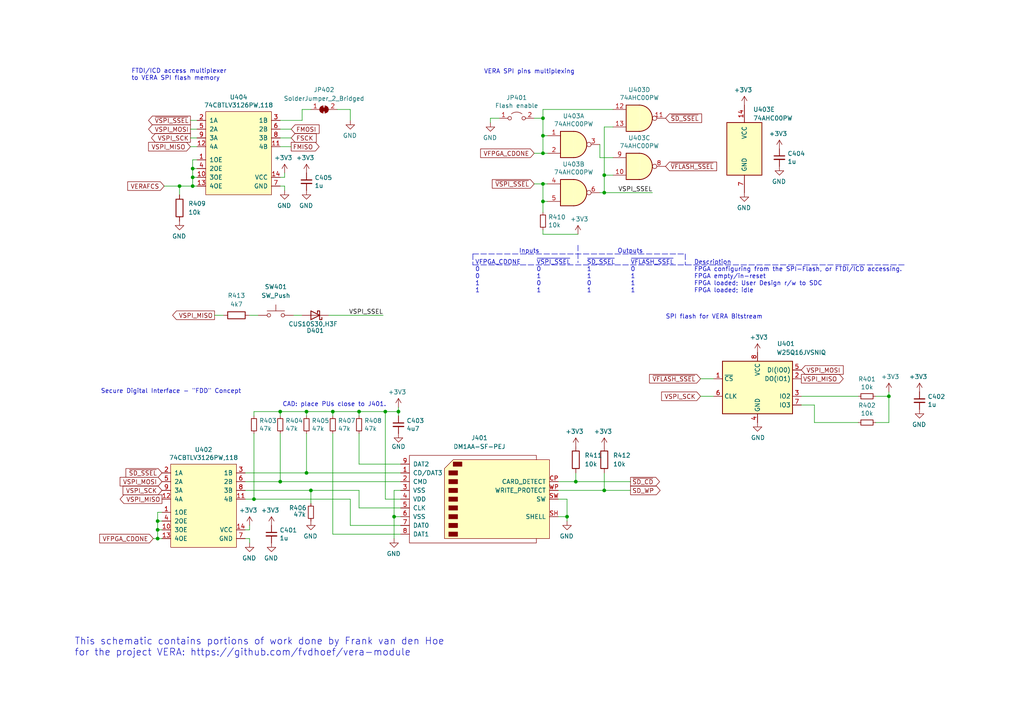
<source format=kicad_sch>
(kicad_sch (version 20211123) (generator eeschema)
  (paper "A4")
  (lib_symbols
    (symbol "74xx:74HC00" (pin_names (offset 1.016))
      (property "Reference" "U" (at 0 1.27 0))
      (property "Value" "74HC00" (at 0 -1.27 0))
      (symbol "74HC00_1_1"
        (arc (start 0 -3.81) (mid 3.81 0) (end 0 3.81) (stroke (width 0.254)) (fill (type background)))
        (polyline (pts (xy 0 3.81) (xy -3.81 3.81) (xy -3.81 -3.81) (xy 0 -3.81)) (stroke (width 0.254)) (fill (type background)))
        (pin input line (at -7.62 2.54 0) (length 3.81) (name "~") (number "1"))
        (pin input line (at -7.62 -2.54 0) (length 3.81) (name "~") (number "2"))
        (pin output inverted (at 7.62 0 180) (length 3.81) (name "~") (number "3"))
      )
      (symbol "74HC00_1_2"
        (arc (start -3.81 -3.81) (mid -2.589 0) (end -3.81 3.81) (stroke (width 0.254)))
        (arc (start -0.6096 -3.81) (mid 2.1842 -2.5851) (end 3.81 0) (stroke (width 0.254)) (fill (type background)))
        (polyline (pts (xy -3.81 -3.81) (xy -0.635 -3.81)) (stroke (width 0.254)) (fill (type background)))
        (polyline (pts (xy -3.81 3.81) (xy -0.635 3.81)) (stroke (width 0.254)) (fill (type background)))
        (polyline (pts (xy -0.635 3.81) (xy -3.81 3.81) (xy -3.81 3.81) (xy -3.556 3.4036) (xy -3.0226 2.2606) (xy -2.6924 1.0414) (xy -2.6162 -0.254) (xy -2.7686 -1.4986) (xy -3.175 -2.7178) (xy -3.81 -3.81) (xy -3.81 -3.81) (xy -0.635 -3.81)) (stroke (width -25.4)) (fill (type background)))
        (arc (start 3.81 0) (mid 2.1915 2.5936) (end -0.6096 3.81) (stroke (width 0.254)) (fill (type background)))
        (pin input inverted (at -7.62 2.54 0) (length 4.318) (name "~") (number "1"))
        (pin input inverted (at -7.62 -2.54 0) (length 4.318) (name "~") (number "2"))
        (pin output line (at 7.62 0 180) (length 3.81) (name "~") (number "3"))
      )
      (symbol "74HC00_2_1"
        (arc (start 0 -3.81) (mid 3.81 0) (end 0 3.81) (stroke (width 0.254)) (fill (type background)))
        (polyline (pts (xy 0 3.81) (xy -3.81 3.81) (xy -3.81 -3.81) (xy 0 -3.81)) (stroke (width 0.254)) (fill (type background)))
        (pin input line (at -7.62 2.54 0) (length 3.81) (name "~") (number "4"))
        (pin input line (at -7.62 -2.54 0) (length 3.81) (name "~") (number "5"))
        (pin output inverted (at 7.62 0 180) (length 3.81) (name "~") (number "6"))
      )
      (symbol "74HC00_2_2"
        (arc (start -3.81 -3.81) (mid -2.589 0) (end -3.81 3.81) (stroke (width 0.254)))
        (arc (start -0.6096 -3.81) (mid 2.1842 -2.5851) (end 3.81 0) (stroke (width 0.254)) (fill (type background)))
        (polyline (pts (xy -3.81 -3.81) (xy -0.635 -3.81)) (stroke (width 0.254)) (fill (type background)))
        (polyline (pts (xy -3.81 3.81) (xy -0.635 3.81)) (stroke (width 0.254)) (fill (type background)))
        (polyline (pts (xy -0.635 3.81) (xy -3.81 3.81) (xy -3.81 3.81) (xy -3.556 3.4036) (xy -3.0226 2.2606) (xy -2.6924 1.0414) (xy -2.6162 -0.254) (xy -2.7686 -1.4986) (xy -3.175 -2.7178) (xy -3.81 -3.81) (xy -3.81 -3.81) (xy -0.635 -3.81)) (stroke (width -25.4)) (fill (type background)))
        (arc (start 3.81 0) (mid 2.1915 2.5936) (end -0.6096 3.81) (stroke (width 0.254)) (fill (type background)))
        (pin input inverted (at -7.62 2.54 0) (length 4.318) (name "~") (number "4"))
        (pin input inverted (at -7.62 -2.54 0) (length 4.318) (name "~") (number "5"))
        (pin output line (at 7.62 0 180) (length 3.81) (name "~") (number "6"))
      )
      (symbol "74HC00_3_1"
        (arc (start 0 -3.81) (mid 3.81 0) (end 0 3.81) (stroke (width 0.254)) (fill (type background)))
        (polyline (pts (xy 0 3.81) (xy -3.81 3.81) (xy -3.81 -3.81) (xy 0 -3.81)) (stroke (width 0.254)) (fill (type background)))
        (pin input line (at -7.62 -2.54 0) (length 3.81) (name "~") (number "10"))
        (pin output inverted (at 7.62 0 180) (length 3.81) (name "~") (number "8"))
        (pin input line (at -7.62 2.54 0) (length 3.81) (name "~") (number "9"))
      )
      (symbol "74HC00_3_2"
        (arc (start -3.81 -3.81) (mid -2.589 0) (end -3.81 3.81) (stroke (width 0.254)))
        (arc (start -0.6096 -3.81) (mid 2.1842 -2.5851) (end 3.81 0) (stroke (width 0.254)) (fill (type background)))
        (polyline (pts (xy -3.81 -3.81) (xy -0.635 -3.81)) (stroke (width 0.254)) (fill (type background)))
        (polyline (pts (xy -3.81 3.81) (xy -0.635 3.81)) (stroke (width 0.254)) (fill (type background)))
        (polyline (pts (xy -0.635 3.81) (xy -3.81 3.81) (xy -3.81 3.81) (xy -3.556 3.4036) (xy -3.0226 2.2606) (xy -2.6924 1.0414) (xy -2.6162 -0.254) (xy -2.7686 -1.4986) (xy -3.175 -2.7178) (xy -3.81 -3.81) (xy -3.81 -3.81) (xy -0.635 -3.81)) (stroke (width -25.4)) (fill (type background)))
        (arc (start 3.81 0) (mid 2.1915 2.5936) (end -0.6096 3.81) (stroke (width 0.254)) (fill (type background)))
        (pin input inverted (at -7.62 -2.54 0) (length 4.318) (name "~") (number "10"))
        (pin output line (at 7.62 0 180) (length 3.81) (name "~") (number "8"))
        (pin input inverted (at -7.62 2.54 0) (length 4.318) (name "~") (number "9"))
      )
      (symbol "74HC00_4_1"
        (arc (start 0 -3.81) (mid 3.81 0) (end 0 3.81) (stroke (width 0.254)) (fill (type background)))
        (polyline (pts (xy 0 3.81) (xy -3.81 3.81) (xy -3.81 -3.81) (xy 0 -3.81)) (stroke (width 0.254)) (fill (type background)))
        (pin output inverted (at 7.62 0 180) (length 3.81) (name "~") (number "11"))
        (pin input line (at -7.62 2.54 0) (length 3.81) (name "~") (number "12"))
        (pin input line (at -7.62 -2.54 0) (length 3.81) (name "~") (number "13"))
      )
      (symbol "74HC00_4_2"
        (arc (start -3.81 -3.81) (mid -2.589 0) (end -3.81 3.81) (stroke (width 0.254)))
        (arc (start -0.6096 -3.81) (mid 2.1842 -2.5851) (end 3.81 0) (stroke (width 0.254)) (fill (type background)))
        (polyline (pts (xy -3.81 -3.81) (xy -0.635 -3.81)) (stroke (width 0.254)) (fill (type background)))
        (polyline (pts (xy -3.81 3.81) (xy -0.635 3.81)) (stroke (width 0.254)) (fill (type background)))
        (polyline (pts (xy -0.635 3.81) (xy -3.81 3.81) (xy -3.81 3.81) (xy -3.556 3.4036) (xy -3.0226 2.2606) (xy -2.6924 1.0414) (xy -2.6162 -0.254) (xy -2.7686 -1.4986) (xy -3.175 -2.7178) (xy -3.81 -3.81) (xy -3.81 -3.81) (xy -0.635 -3.81)) (stroke (width -25.4)) (fill (type background)))
        (arc (start 3.81 0) (mid 2.1915 2.5936) (end -0.6096 3.81) (stroke (width 0.254)) (fill (type background)))
        (pin output line (at 7.62 0 180) (length 3.81) (name "~") (number "11"))
        (pin input inverted (at -7.62 2.54 0) (length 4.318) (name "~") (number "12"))
        (pin input inverted (at -7.62 -2.54 0) (length 4.318) (name "~") (number "13"))
      )
      (symbol "74HC00_5_0"
        (pin power_in line (at 0 12.7 270) (length 5.08) (name "VCC") (number "14"))
        (pin power_in line (at 0 -12.7 90) (length 5.08) (name "GND") (number "7"))
      )
      (symbol "74HC00_5_1"
        (rectangle (start -5.08 7.62) (end 5.08 -7.62) (stroke (width 0.254)) (fill (type background)))
      )
    )
    (symbol "Device:C_Small" (pin_numbers hide) (pin_names (offset 0.254) hide)
      (property "Reference" "C" (at 0.254 1.778 0))
      (property "Value" "C_Small" (at 0.254 -2.032 0))
      (symbol "C_Small_0_1"
        (polyline (pts (xy -1.524 -0.508) (xy 1.524 -0.508)) (stroke (width 0.3302)))
        (polyline (pts (xy -1.524 0.508) (xy 1.524 0.508)) (stroke (width 0.3048)))
      )
      (symbol "C_Small_1_1"
        (pin passive line (at 0 2.54 270) (length 2.032) (name "~") (number "1"))
        (pin passive line (at 0 -2.54 90) (length 2.032) (name "~") (number "2"))
      )
    )
    (symbol "Device:D_Schottky" (pin_numbers hide) (pin_names (offset 1.016) hide)
      (property "Reference" "D" (at 0 2.54 0))
      (property "Value" "D_Schottky" (at 0 -2.54 0))
      (symbol "D_Schottky_0_1"
        (polyline (pts (xy 1.27 0) (xy -1.27 0)))
        (polyline (pts (xy 1.27 1.27) (xy 1.27 -1.27) (xy -1.27 0) (xy 1.27 1.27)) (stroke (width 0.254)))
        (polyline (pts (xy -1.905 0.635) (xy -1.905 1.27) (xy -1.27 1.27) (xy -1.27 -1.27) (xy -0.635 -1.27) (xy -0.635 -0.635)) (stroke (width 0.254)))
      )
      (symbol "D_Schottky_1_1"
        (pin passive line (at -3.81 0 0) (length 2.54) (name "K") (number "1"))
        (pin passive line (at 3.81 0 180) (length 2.54) (name "A") (number "2"))
      )
    )
    (symbol "Device:R" (pin_numbers hide) (pin_names (offset 0))
      (property "Reference" "R" (at 2.032 0 90))
      (property "Value" "R" (at 0 0 90))
      (symbol "R_0_1"
        (rectangle (start -1.016 -2.54) (end 1.016 2.54) (stroke (width 0.254)))
      )
      (symbol "R_1_1"
        (pin passive line (at 0 3.81 270) (length 1.27) (name "~") (number "1"))
        (pin passive line (at 0 -3.81 90) (length 1.27) (name "~") (number "2"))
      )
    )
    (symbol "Device:R_Small" (pin_numbers hide) (pin_names (offset 0.254) hide)
      (property "Reference" "R" (at 0.762 0.508 0))
      (property "Value" "R_Small" (at 0.762 -1.016 0))
      (symbol "R_Small_0_1"
        (rectangle (start -0.762 1.778) (end 0.762 -1.778) (stroke (width 0.2032)))
      )
      (symbol "R_Small_1_1"
        (pin passive line (at 0 2.54 270) (length 0.762) (name "~") (number "1"))
        (pin passive line (at 0 -2.54 90) (length 0.762) (name "~") (number "2"))
      )
    )
    (symbol "Jumper:Jumper_2_Open" (pin_names (offset 0) hide)
      (property "Reference" "JP" (at 0 2.794 0))
      (property "Value" "Jumper_2_Open" (at 0 -2.286 0))
      (symbol "Jumper_2_Open_0_0"
        (circle (center -2.032 0) (radius 0.508))
        (circle (center 2.032 0) (radius 0.508))
      )
      (symbol "Jumper_2_Open_0_1"
        (arc (start 1.524 1.27) (mid 0 1.778) (end -1.524 1.27))
      )
      (symbol "Jumper_2_Open_1_1"
        (pin passive line (at -5.08 0 0) (length 2.54) (name "A") (number "1"))
        (pin passive line (at 5.08 0 180) (length 2.54) (name "B") (number "2"))
      )
    )
    (symbol "Jumper:SolderJumper_2_Bridged" (pin_names (offset 0) hide)
      (property "Reference" "JP" (at 0 2.032 0))
      (property "Value" "SolderJumper_2_Bridged" (at 0 -2.54 0))
      (symbol "SolderJumper_2_Bridged_0_1"
        (rectangle (start -0.508 0.508) (end 0.508 -0.508) (fill (type outline)))
        (arc (start -0.254 1.016) (mid -1.27 0) (end -0.254 -1.016))
        (arc (start -0.254 1.016) (mid -1.27 0) (end -0.254 -1.016) (fill (type outline)))
        (polyline (pts (xy -0.254 1.016) (xy -0.254 -1.016)))
        (polyline (pts (xy 0.254 1.016) (xy 0.254 -1.016)))
        (arc (start 0.254 -1.016) (mid 1.27 0) (end 0.254 1.016))
        (arc (start 0.254 -1.016) (mid 1.27 0) (end 0.254 1.016) (fill (type outline)))
      )
      (symbol "SolderJumper_2_Bridged_1_1"
        (pin passive line (at -3.81 0 0) (length 2.54) (name "A") (number "1"))
        (pin passive line (at 3.81 0 180) (length 2.54) (name "B") (number "2"))
      )
    )
    (symbol "Memory_Flash:W25Q32JVSS"
      (property "Reference" "U" (at -8.89 8.89 0))
      (property "Value" "W25Q32JVSS" (at 7.62 8.89 0))
      (symbol "W25Q32JVSS_0_1"
        (rectangle (start -10.16 7.62) (end 10.16 -7.62) (stroke (width 0.254)) (fill (type background)))
      )
      (symbol "W25Q32JVSS_1_1"
        (pin input line (at -12.7 2.54 0) (length 2.54) (name "~{CS}") (number "1"))
        (pin bidirectional line (at 12.7 2.54 180) (length 2.54) (name "DO(IO1)") (number "2"))
        (pin bidirectional line (at 12.7 -2.54 180) (length 2.54) (name "IO2") (number "3"))
        (pin power_in line (at 0 -10.16 90) (length 2.54) (name "GND") (number "4"))
        (pin bidirectional line (at 12.7 5.08 180) (length 2.54) (name "DI(IO0)") (number "5"))
        (pin input line (at -12.7 -2.54 0) (length 2.54) (name "CLK") (number "6"))
        (pin bidirectional line (at 12.7 -5.08 180) (length 2.54) (name "IO3") (number "7"))
        (pin power_in line (at 0 10.16 270) (length 2.54) (name "VCC") (number "8"))
      )
    )
    (symbol "Switch:SW_Push" (pin_numbers hide) (pin_names (offset 1.016) hide)
      (property "Reference" "SW" (at 1.27 2.54 0))
      (property "Value" "SW_Push" (at 0 -1.524 0))
      (symbol "SW_Push_0_1"
        (circle (center -2.032 0) (radius 0.508))
        (polyline (pts (xy 0 1.27) (xy 0 3.048)))
        (polyline (pts (xy 2.54 1.27) (xy -2.54 1.27)))
        (circle (center 2.032 0) (radius 0.508))
        (pin passive line (at -5.08 0 0) (length 2.54) (name "1") (number "1"))
        (pin passive line (at 5.08 0 180) (length 2.54) (name "2") (number "2"))
      )
    )
    (symbol "power:+3V3" (power) (pin_names (offset 0))
      (property "Value" "+3V3" (at 0 3.556 0))
      (symbol "+3V3_0_1"
        (polyline (pts (xy -0.762 1.27) (xy 0 2.54)))
        (polyline (pts (xy 0 0) (xy 0 2.54)))
        (polyline (pts (xy 0 2.54) (xy 0.762 1.27)))
      )
      (symbol "+3V3_1_1"
        (pin power_in line (at 0 0 90) (length 0) hide (name "+3V3") (number "1"))
      )
    )
    (symbol "power:GND" (power) (pin_names (offset 0))
      (property "Value" "GND" (at 0 -3.81 0))
      (symbol "GND_0_1"
        (polyline (pts (xy 0 0) (xy 0 -1.27) (xy 1.27 -1.27) (xy 0 -2.54) (xy -1.27 -1.27) (xy 0 -1.27)))
      )
      (symbol "GND_1_1"
        (pin power_in line (at 0 0 270) (length 0) hide (name "GND") (number "1"))
      )
    )
    (symbol "sdcage:SD_Card_wSwitches" (pin_names (offset 1.016))
      (property "Reference" "J" (at -16.51 13.97 0))
      (property "Value" "SD_Card_wSwitches" (at 15.24 -13.97 0))
      (symbol "SD_Card_wSwitches_0_1"
        (rectangle (start -8.89 -9.525) (end -6.35 -10.795) (fill (type outline)))
        (rectangle (start -8.89 -6.985) (end -6.35 -8.255) (fill (type outline)))
        (rectangle (start -8.89 -4.445) (end -6.35 -5.715) (fill (type outline)))
        (rectangle (start -8.89 -1.905) (end -6.35 -3.175) (fill (type outline)))
        (rectangle (start -8.89 0.635) (end -6.35 -0.635) (fill (type outline)))
        (rectangle (start -8.89 3.175) (end -6.35 1.905) (fill (type outline)))
        (rectangle (start -8.89 5.715) (end -6.35 4.445) (fill (type outline)))
        (rectangle (start -8.89 8.255) (end -6.35 6.985) (fill (type outline)))
        (rectangle (start -7.62 10.795) (end -5.08 9.525) (fill (type outline)))
        (polyline (pts (xy -10.16 8.89) (xy -7.62 11.43) (xy 20.32 11.43) (xy 20.32 -11.43) (xy -10.16 -11.43) (xy -10.16 8.89)) (fill (type background)))
        (polyline (pts (xy 16.51 11.43) (xy 16.51 12.7) (xy -20.32 12.7) (xy -20.32 -12.7) (xy 16.51 -12.7) (xy 16.51 -11.43)))
      )
      (symbol "SD_Card_wSwitches_1_1"
        (pin input line (at -22.86 7.62 0) (length 2.54) (name "CD/DAT3") (number "1"))
        (pin input line (at -22.86 5.08 0) (length 2.54) (name "CMD") (number "2"))
        (pin power_in line (at -22.86 2.54 0) (length 2.54) (name "VSS") (number "3"))
        (pin power_in line (at -22.86 0 0) (length 2.54) (name "VDD") (number "4"))
        (pin input line (at -22.86 -2.54 0) (length 2.54) (name "CLK") (number "5"))
        (pin power_in line (at -22.86 -5.08 0) (length 2.54) (name "VSS") (number "6"))
        (pin input line (at -22.86 -7.62 0) (length 2.54) (name "DAT0") (number "7"))
        (pin input line (at -22.86 -10.16 0) (length 2.54) (name "DAT1") (number "8"))
        (pin input line (at -22.86 10.16 0) (length 2.54) (name "DAT2") (number "9"))
        (pin input line (at 22.86 5.08 180) (length 2.54) (name "CARD_DETECT") (number "CP"))
        (pin input line (at 22.86 -5.08 180) (length 2.54) (name "SHELL") (number "SH"))
        (pin input line (at 22.86 0 180) (length 2.54) (name "SW") (number "SW"))
        (pin input line (at 22.86 2.54 180) (length 2.54) (name "WRITE_PROTECT") (number "WP"))
      )
    )
    (symbol "vera-module:74CBTLV3126PW,118" (pin_names (offset 1.016))
      (property "Reference" "U" (at 1.27 1.27 0))
      (property "Value" "74CBTLV3126PW,118" (at 7.62 -25.4 0))
      (symbol "74CBTLV3126PW,118_0_1"
        (rectangle (start 0 0) (end 19.05 -24.13) (fill (type background)))
      )
      (symbol "74CBTLV3126PW,118_1_1"
        (pin input line (at -2.54 -13.97 0) (length 2.54) (name "1OE") (number "1"))
        (pin input line (at -2.54 -19.05 0) (length 2.54) (name "3OE") (number "10"))
        (pin bidirectional line (at 21.59 -10.16 180) (length 2.54) (name "4B") (number "11"))
        (pin bidirectional line (at -2.54 -10.16 0) (length 2.54) (name "4A") (number "12"))
        (pin input line (at -2.54 -21.59 0) (length 2.54) (name "4OE") (number "13"))
        (pin power_in line (at 21.59 -19.05 180) (length 2.54) (name "VCC") (number "14"))
        (pin bidirectional line (at -2.54 -2.54 0) (length 2.54) (name "1A") (number "2"))
        (pin bidirectional line (at 21.59 -2.54 180) (length 2.54) (name "1B") (number "3"))
        (pin input line (at -2.54 -16.51 0) (length 2.54) (name "2OE") (number "4"))
        (pin bidirectional line (at -2.54 -5.08 0) (length 2.54) (name "2A") (number "5"))
        (pin bidirectional line (at 21.59 -5.08 180) (length 2.54) (name "2B") (number "6"))
        (pin power_in line (at 21.59 -21.59 180) (length 2.54) (name "GND") (number "7"))
        (pin bidirectional line (at 21.59 -7.62 180) (length 2.54) (name "3B") (number "8"))
        (pin bidirectional line (at -2.54 -7.62 0) (length 2.54) (name "3A") (number "9"))
      )
    )
  )
  (junction (at 175.26 142.24))
  (junction (at 157.48 44.45))
  (junction (at 45.72 153.67))
  (junction (at 55.88 48.895))
  (junction (at 257.81 114.935))
  (junction (at 45.72 151.13))
  (junction (at 157.48 39.37))
  (junction (at 90.17 142.24))
  (junction (at 88.9 137.16))
  (junction (at 55.88 51.435))
  (junction (at 52.07 53.975))
  (junction (at 45.72 156.21))
  (junction (at 111.76 119.38))
  (junction (at 81.28 139.7))
  (junction (at 73.66 144.78))
  (junction (at 115.57 119.38))
  (junction (at 167.005 139.7))
  (junction (at 157.48 58.42))
  (junction (at 114.3 149.86))
  (junction (at 81.28 119.38))
  (junction (at 157.48 34.29))
  (junction (at 157.48 53.34))
  (junction (at 96.52 119.38))
  (junction (at 164.465 149.86))
  (junction (at 175.26 50.8))
  (junction (at 55.88 53.975))
  (junction (at 88.9 119.38))
  (junction (at 104.14 119.38))
  (junction (at 175.26 55.88))
  (wire (pts (xy 203.2 109.855) (xy 207.01 109.855)))
  (wire (pts (xy 175.26 142.24) (xy 182.88 142.24)))
  (wire (pts (xy 104.14 119.38) (xy 104.14 120.65)))
  (wire (pts (xy 164.465 149.86) (xy 164.465 151.13)))
  (wire (pts (xy 90.17 146.05) (xy 90.17 142.24)))
  (wire (pts (xy 55.245 34.925) (xy 57.15 34.925)))
  (wire (pts (xy 90.17 142.24) (xy 104.14 142.24)))
  (wire (pts (xy 71.12 156.21) (xy 72.39 156.21)))
  (wire (pts (xy 232.41 114.935) (xy 248.92 114.935)))
  (wire (pts (xy 71.12 144.78) (xy 73.66 144.78)))
  (wire (pts (xy 248.92 122.555) (xy 236.22 122.555)))
  (wire (pts (xy 175.26 36.83) (xy 175.26 50.8)))
  (wire (pts (xy 111.76 119.38) (xy 111.76 144.78)))
  (wire (pts (xy 81.28 53.975) (xy 82.55 53.975)))
  (wire (pts (xy 157.48 34.29) (xy 157.48 31.75)))
  (wire (pts (xy 175.26 142.24) (xy 175.26 137.16)))
  (wire (pts (xy 85.09 91.44) (xy 87.63 91.44)))
  (polyline (pts (xy 137.16 76.835) (xy 262.255 76.835)))
  (wire (pts (xy 45.72 153.67) (xy 45.72 156.21)))
  (wire (pts (xy 73.66 144.78) (xy 101.6 144.78)))
  (wire (pts (xy 116.205 142.24) (xy 114.3 142.24)))
  (wire (pts (xy 46.99 151.13) (xy 45.72 151.13)))
  (wire (pts (xy 46.99 148.59) (xy 45.72 148.59)))
  (wire (pts (xy 81.28 120.65) (xy 81.28 119.38)))
  (wire (pts (xy 73.66 120.65) (xy 73.66 119.38)))
  (wire (pts (xy 57.15 51.435) (xy 55.88 51.435)))
  (wire (pts (xy 104.14 147.32) (xy 116.205 147.32)))
  (wire (pts (xy 72.39 91.44) (xy 74.93 91.44)))
  (wire (pts (xy 57.15 48.895) (xy 55.88 48.895)))
  (wire (pts (xy 158.75 44.45) (xy 157.48 44.45)))
  (wire (pts (xy 157.48 67.945) (xy 157.48 66.675)))
  (polyline (pts (xy 137.16 73.66) (xy 198.755 73.66)))
  (wire (pts (xy 111.76 119.38) (xy 115.57 119.38)))
  (wire (pts (xy 167.005 139.7) (xy 167.005 137.16)))
  (wire (pts (xy 161.925 142.24) (xy 175.26 142.24)))
  (wire (pts (xy 175.26 55.88) (xy 173.99 55.88)))
  (wire (pts (xy 87.63 31.75) (xy 87.63 34.925)))
  (wire (pts (xy 157.48 67.945) (xy 167.64 67.945)))
  (wire (pts (xy 96.52 119.38) (xy 104.14 119.38)))
  (wire (pts (xy 161.925 149.86) (xy 164.465 149.86)))
  (wire (pts (xy 55.88 53.975) (xy 57.15 53.975)))
  (wire (pts (xy 254 122.555) (xy 257.81 122.555)))
  (wire (pts (xy 52.07 56.515) (xy 52.07 53.975)))
  (wire (pts (xy 71.12 137.16) (xy 88.9 137.16)))
  (wire (pts (xy 158.75 53.34) (xy 157.48 53.34)))
  (wire (pts (xy 157.48 39.37) (xy 158.75 39.37)))
  (wire (pts (xy 104.14 125.73) (xy 104.14 134.62)))
  (wire (pts (xy 257.81 122.555) (xy 257.81 114.935)))
  (wire (pts (xy 232.41 117.475) (xy 236.22 117.475)))
  (wire (pts (xy 55.245 40.005) (xy 57.15 40.005)))
  (wire (pts (xy 82.55 51.435) (xy 82.55 50.165)))
  (wire (pts (xy 116.205 149.86) (xy 114.3 149.86)))
  (wire (pts (xy 73.66 125.73) (xy 73.66 144.78)))
  (wire (pts (xy 47.625 53.975) (xy 52.07 53.975)))
  (wire (pts (xy 101.6 144.78) (xy 101.6 152.4)))
  (wire (pts (xy 73.66 119.38) (xy 81.28 119.38)))
  (wire (pts (xy 161.925 139.7) (xy 167.005 139.7)))
  (wire (pts (xy 177.8 36.83) (xy 175.26 36.83)))
  (wire (pts (xy 173.99 45.72) (xy 177.8 45.72)))
  (wire (pts (xy 167.005 139.7) (xy 182.88 139.7)))
  (wire (pts (xy 81.28 51.435) (xy 82.55 51.435)))
  (wire (pts (xy 88.9 119.38) (xy 96.52 119.38)))
  (wire (pts (xy 55.88 46.355) (xy 55.88 48.895)))
  (wire (pts (xy 46.99 153.67) (xy 45.72 153.67)))
  (wire (pts (xy 175.26 50.8) (xy 177.8 50.8)))
  (wire (pts (xy 157.48 31.75) (xy 177.8 31.75)))
  (wire (pts (xy 104.14 119.38) (xy 111.76 119.38)))
  (wire (pts (xy 55.245 37.465) (xy 57.15 37.465)))
  (wire (pts (xy 96.52 120.65) (xy 96.52 119.38)))
  (wire (pts (xy 96.52 125.73) (xy 96.52 154.94)))
  (wire (pts (xy 82.55 53.975) (xy 82.55 55.245)))
  (wire (pts (xy 157.48 58.42) (xy 158.75 58.42)))
  (wire (pts (xy 72.39 153.67) (xy 72.39 152.4)))
  (wire (pts (xy 257.81 114.935) (xy 257.81 113.665)))
  (wire (pts (xy 115.57 120.65) (xy 115.57 119.38)))
  (wire (pts (xy 257.81 114.935) (xy 254 114.935)))
  (wire (pts (xy 45.72 156.21) (xy 44.45 156.21)))
  (wire (pts (xy 88.9 120.65) (xy 88.9 119.38)))
  (wire (pts (xy 84.455 37.465) (xy 81.28 37.465)))
  (wire (pts (xy 157.48 44.45) (xy 157.48 39.37)))
  (wire (pts (xy 55.88 51.435) (xy 55.88 53.975)))
  (wire (pts (xy 116.205 144.78) (xy 111.76 144.78)))
  (wire (pts (xy 203.2 114.935) (xy 207.01 114.935)))
  (wire (pts (xy 71.12 139.7) (xy 81.28 139.7)))
  (wire (pts (xy 55.245 42.545) (xy 57.15 42.545)))
  (polyline (pts (xy 198.755 73.66) (xy 198.755 76.835)))
  (wire (pts (xy 236.22 122.555) (xy 236.22 117.475)))
  (wire (pts (xy 101.6 152.4) (xy 116.205 152.4)))
  (wire (pts (xy 173.99 41.91) (xy 173.99 45.72)))
  (wire (pts (xy 157.48 53.34) (xy 154.94 53.34)))
  (wire (pts (xy 81.28 42.545) (xy 84.455 42.545)))
  (wire (pts (xy 45.72 148.59) (xy 45.72 151.13)))
  (wire (pts (xy 116.205 154.94) (xy 96.52 154.94)))
  (polyline (pts (xy 167.64 71.12) (xy 167.64 76.2)))
  (wire (pts (xy 175.26 50.8) (xy 175.26 55.88)))
  (wire (pts (xy 71.12 142.24) (xy 90.17 142.24)))
  (wire (pts (xy 45.72 156.21) (xy 46.99 156.21)))
  (wire (pts (xy 154.94 34.29) (xy 157.48 34.29)))
  (wire (pts (xy 114.3 142.24) (xy 114.3 149.86)))
  (wire (pts (xy 142.24 34.29) (xy 142.24 35.56)))
  (wire (pts (xy 114.3 149.86) (xy 114.3 156.21)))
  (wire (pts (xy 144.78 34.29) (xy 142.24 34.29)))
  (wire (pts (xy 97.79 31.75) (xy 101.6 31.75)))
  (wire (pts (xy 90.17 31.75) (xy 87.63 31.75)))
  (wire (pts (xy 157.48 44.45) (xy 154.94 44.45)))
  (wire (pts (xy 104.14 134.62) (xy 116.205 134.62)))
  (wire (pts (xy 157.48 34.29) (xy 157.48 39.37)))
  (wire (pts (xy 71.12 153.67) (xy 72.39 153.67)))
  (wire (pts (xy 57.15 46.355) (xy 55.88 46.355)))
  (polyline (pts (xy 137.16 73.66) (xy 137.16 76.835)))
  (wire (pts (xy 88.9 137.16) (xy 116.205 137.16)))
  (wire (pts (xy 81.28 139.7) (xy 116.205 139.7)))
  (wire (pts (xy 95.25 91.44) (xy 111.125 91.44)))
  (wire (pts (xy 164.465 144.78) (xy 164.465 149.86)))
  (wire (pts (xy 72.39 156.21) (xy 72.39 157.48)))
  (wire (pts (xy 88.9 125.73) (xy 88.9 137.16)))
  (wire (pts (xy 161.925 144.78) (xy 164.465 144.78)))
  (wire (pts (xy 87.63 34.925) (xy 81.28 34.925)))
  (wire (pts (xy 81.28 119.38) (xy 88.9 119.38)))
  (wire (pts (xy 52.07 53.975) (xy 55.88 53.975)))
  (wire (pts (xy 81.28 125.73) (xy 81.28 139.7)))
  (wire (pts (xy 175.26 55.88) (xy 189.23 55.88)))
  (wire (pts (xy 62.23 91.44) (xy 64.77 91.44)))
  (wire (pts (xy 157.48 58.42) (xy 157.48 61.595)))
  (wire (pts (xy 104.14 142.24) (xy 104.14 147.32)))
  (wire (pts (xy 101.6 31.75) (xy 101.6 34.925)))
  (wire (pts (xy 55.88 48.895) (xy 55.88 51.435)))
  (wire (pts (xy 45.72 151.13) (xy 45.72 153.67)))
  (wire (pts (xy 81.28 40.005) (xy 84.455 40.005)))
  (wire (pts (xy 157.48 53.34) (xy 157.48 58.42)))
  (wire (pts (xy 115.57 118.11) (xy 115.57 119.38)))
  (text "~{SD_SSEL}\n1\n1\n0\n1" (at 170.18 85.09 0) (effects (font (size 1.27 1.27)) (justify left bottom)))
  (text "This schematic contains portions of work done by Frank van den Hoe\nfor the project VERA: https://github.com/fvdhoef/vera-module" (at 21.59 190.5 0) (effects (font (size 2 2)) (justify left bottom)))
  (text "~{VFLASH_SSEL}\n0\n1\n1\n1" (at 182.88 85.09 0) (effects (font (size 1.27 1.27)) (justify left bottom)))
  (text "Inputs" (at 150.495 73.66 0) (effects (font (size 1.27 1.27)) (justify left bottom)))
  (text "VFPGA_CDONE\n0\n0\n1\n1\n" (at 137.795 85.09 0) (effects (font (size 1.27 1.27)) (justify left bottom)))
  (text "CAD: place PUs close to J401." (at 81.915 118.11 0) (effects (font (size 1.27 1.27)) (justify left bottom)))
  (text "Outputs" (at 179.07 73.66 0) (effects (font (size 1.27 1.27)) (justify left bottom)))
  (text "FTDI/ICD access multiplexer \nto VERA SPI flash memory " (at 38.1 23.495 0) (effects (font (size 1.27 1.27)) (justify left bottom)))
  (text "Description\nFPGA configuring from the SPI-Flash, or FTDI/ICD accessing.\nFPGA empty/in-reset\nFPGA loaded; User Design r/w to SDC\nFPGA loaded; idle" (at 201.295 85.09 0) (effects (font (size 1.27 1.27)) (justify left bottom)))
  (text "~{VSPI_SSEL}\n0\n1\n0\n1" (at 155.575 85.09 0) (effects (font (size 1.27 1.27)) (justify left bottom)))
  (text "Secure Digital Interface - \"FDD\" Concept" (at 29.21 114.3 0) (effects (font (size 1.27 1.27)) (justify left bottom)))
  (text "SPI flash for VERA Bitstream" (at 193.04 92.71 0) (effects (font (size 1.27 1.27)) (justify left bottom)))
  (text "VERA SPI pins multiplexing" (at 140.335 21.59 0) (effects (font (size 1.27 1.27)) (justify left bottom)))
  (label "VSPI_SSEL" (at 111.125 91.44 180))
  (label "VSPI_SSEL" (at 189.23 55.88 180))
  (global_label "FMISO" (shape output) (at 84.455 42.545 0) (property "Intersheet References" "${INTERSHEET_REFS}" (effects hide)))
  (global_label "VFPGA_CDONE" (shape input) (at 154.94 44.45 180) (property "Intersheet References" "${INTERSHEET_REFS}" (effects hide)))
  (global_label "SD_WP" (shape output) (at 182.88 142.24 0) (property "Intersheet References" "${INTERSHEET_REFS}" (effects hide)))
  (global_label "VFPGA_CDONE" (shape input) (at 44.45 156.21 180) (property "Intersheet References" "${INTERSHEET_REFS}" (effects hide)))
  (global_label "~{SD_SSEL}" (shape input) (at 46.99 137.16 180) (property "Intersheet References" "${INTERSHEET_REFS}" (effects hide)))
  (global_label "~{SD_CD}" (shape output) (at 182.88 139.7 0) (property "Intersheet References" "${INTERSHEET_REFS}" (effects hide)))
  (global_label "~{VSPI_SSEL}" (shape output) (at 55.245 34.925 180) (property "Intersheet References" "${INTERSHEET_REFS}" (effects hide)))
  (global_label "VSPI_SCK" (shape input) (at 46.99 142.24 180) (property "Intersheet References" "${INTERSHEET_REFS}" (effects hide)))
  (global_label "~{VFLASH_SSEL}" (shape input) (at 203.2 109.855 180) (property "Intersheet References" "${INTERSHEET_REFS}" (effects hide)))
  (global_label "FSCK" (shape input) (at 84.455 40.005 0) (property "Intersheet References" "${INTERSHEET_REFS}" (effects hide)))
  (global_label "VSPI_SCK" (shape input) (at 203.2 114.935 180) (property "Intersheet References" "${INTERSHEET_REFS}" (effects hide)))
  (global_label "~{VFLASH_SSEL}" (shape input) (at 193.04 48.26 0) (property "Intersheet References" "${INTERSHEET_REFS}" (effects hide)))
  (global_label "FMOSI" (shape input) (at 84.455 37.465 0) (property "Intersheet References" "${INTERSHEET_REFS}" (effects hide)))
  (global_label "~{VSPI_SSEL}" (shape input) (at 154.94 53.34 180) (property "Intersheet References" "${INTERSHEET_REFS}" (effects hide)))
  (global_label "~{SD_SSEL}" (shape input) (at 193.04 34.29 0) (property "Intersheet References" "${INTERSHEET_REFS}" (effects hide)))
  (global_label "VSPI_MOSI" (shape input) (at 232.41 107.315 0) (property "Intersheet References" "${INTERSHEET_REFS}" (effects hide)))
  (global_label "VSPI_MISO" (shape output) (at 62.23 91.44 180) (property "Intersheet References" "${INTERSHEET_REFS}" (effects hide)))
  (global_label "VSPI_MISO" (shape input) (at 55.245 42.545 180) (property "Intersheet References" "${INTERSHEET_REFS}" (effects hide)))
  (global_label "VSPI_MOSI" (shape input) (at 46.99 139.7 180) (property "Intersheet References" "${INTERSHEET_REFS}" (effects hide)))
  (global_label "VSPI_MOSI" (shape output) (at 55.245 37.465 180) (property "Intersheet References" "${INTERSHEET_REFS}" (effects hide)))
  (global_label "VSPI_SCK" (shape output) (at 55.245 40.005 180) (property "Intersheet References" "${INTERSHEET_REFS}" (effects hide)))
  (global_label "VSPI_MISO" (shape output) (at 232.41 109.855 0) (property "Intersheet References" "${INTERSHEET_REFS}" (effects hide)))
  (global_label "VERAFCS" (shape input) (at 47.625 53.975 180) (property "Intersheet References" "${INTERSHEET_REFS}" (effects hide)))
  (global_label "VSPI_MISO" (shape output) (at 46.99 144.78 180) (property "Intersheet References" "${INTERSHEET_REFS}" (effects hide)))
  (symbol (lib_id "Device:R_Small") (at 251.46 122.555 270) (unit 1)
    (property "Reference" "R402" (at 251.46 117.5766 90))
    (property "Value" "10k" (at 251.46 119.888 90))
    (property "Footprint" "Resistor_SMD:R_0603_1608Metric_Pad0.98x0.95mm_HandSolder" (effects hide))
  )
  (symbol (lib_id "power:GND") (at 90.17 151.13 0) (mirror y) (unit 1)
    (property "Reference" "#PWR0410" (effects hide))
    (property "Value" "GND" (at 90.043 155.5242 0))
  )
  (symbol (lib_id "Device:C_Small") (at 226.06 45.72 0) (unit 1)
    (property "Reference" "C404" (at 228.3968 44.5516 0) (effects (justify left)))
    (property "Value" "1u" (at 228.3968 46.863 0) (effects (justify left)))
    (property "Footprint" "Capacitor_SMD:C_0603_1608Metric_Pad1.08x0.95mm_HandSolder" (effects hide))
  )
  (symbol (lib_id "power:+3V3") (at 78.74 152.4 0) (mirror y) (unit 1)
    (property "Reference" "#PWR0406" (effects hide))
    (property "Value" "+3V3" (at 78.359 148.0058 0))
  )
  (symbol (lib_id "Device:R") (at 52.07 60.325 0) (unit 1)
    (property "Reference" "R409" (at 54.61 59.0549 0) (effects (justify left)))
    (property "Value" "10k" (at 54.61 61.5949 0) (effects (justify left)))
    (property "Footprint" "Resistor_SMD:R_0603_1608Metric_Pad0.98x0.95mm_HandSolder" (effects hide))
  )
  (symbol (lib_id "power:+3V3") (at 82.55 50.165 0) (mirror y) (unit 1)
    (property "Reference" "#PWR0420" (effects hide))
    (property "Value" "+3V3" (at 82.169 45.7708 0))
  )
  (symbol (lib_id "Device:R_Small") (at 81.28 123.19 0) (unit 1)
    (property "Reference" "R404" (at 82.7786 122.0216 0) (effects (justify left)))
    (property "Value" "47k" (at 82.7786 124.333 0) (effects (justify left)))
    (property "Footprint" "Resistor_SMD:R_0603_1608Metric_Pad0.98x0.95mm_HandSolder" (effects hide))
  )
  (symbol (lib_id "power:GND") (at 142.24 35.56 0) (mirror y) (unit 1)
    (property "Reference" "#PWR0414" (effects hide))
    (property "Value" "GND" (at 142.113 39.9542 0))
  )
  (symbol (lib_id "74xx:74HC00") (at 166.37 55.88 0) (unit 2)
    (property "Reference" "U403" (at 166.37 47.625 0))
    (property "Value" "74AHC00PW" (at 166.37 49.9364 0))
    (property "Footprint" "Package_SO:TSSOP-14_4.4x5mm_P0.65mm" (effects hide))
  )
  (symbol (lib_id "power:GND") (at 215.9 55.88 0) (mirror y) (unit 1)
    (property "Reference" "#PWR0417" (effects hide))
    (property "Value" "GND" (at 215.773 60.2742 0))
  )
  (symbol (lib_id "power:+3V3") (at 226.06 43.18 0) (mirror y) (unit 1)
    (property "Reference" "#PWR0418" (effects hide))
    (property "Value" "+3V3" (at 225.679 38.7858 0))
  )
  (symbol (lib_id "Device:R_Small") (at 251.46 114.935 270) (unit 1)
    (property "Reference" "R401" (at 251.46 109.9566 90))
    (property "Value" "10k" (at 251.46 112.268 90))
    (property "Footprint" "Resistor_SMD:R_0603_1608Metric_Pad0.98x0.95mm_HandSolder" (effects hide))
  )
  (symbol (lib_id "power:GND") (at 82.55 55.245 0) (mirror y) (unit 1)
    (property "Reference" "#PWR0421" (effects hide))
    (property "Value" "GND" (at 82.423 59.6392 0))
  )
  (symbol (lib_id "Device:R_Small") (at 157.48 64.135 0) (unit 1)
    (property "Reference" "R410" (at 158.9786 62.9666 0) (effects (justify left)))
    (property "Value" "10k" (at 158.9786 65.278 0) (effects (justify left)))
    (property "Footprint" "Resistor_SMD:R_0603_1608Metric_Pad0.98x0.95mm_HandSolder" (effects hide))
  )
  (symbol (lib_id "Device:C_Small") (at 88.9 52.705 0) (unit 1)
    (property "Reference" "C405" (at 91.2368 51.5366 0) (effects (justify left)))
    (property "Value" "1u" (at 91.2368 53.848 0) (effects (justify left)))
    (property "Footprint" "Capacitor_SMD:C_0603_1608Metric_Pad1.08x0.95mm_HandSolder" (effects hide))
  )
  (symbol (lib_id "vera-module:74CBTLV3126PW,118") (at 49.53 134.62 0) (unit 1)
    (property "Reference" "U402" (at 59.055 130.429 0))
    (property "Value" "74CBTLV3126PW,118" (at 59.055 132.7404 0))
    (property "Footprint" "Package_SO:TSSOP-14_4.4x5mm_P0.65mm" (effects hide))
  )
  (symbol (lib_id "power:GND") (at 226.06 48.26 0) (mirror y) (unit 1)
    (property "Reference" "#PWR0419" (effects hide))
    (property "Value" "GND" (at 225.933 52.6542 0))
  )
  (symbol (lib_id "Device:R_Small") (at 73.66 123.19 0) (unit 1)
    (property "Reference" "R403" (at 75.1586 122.0216 0) (effects (justify left)))
    (property "Value" "47k" (at 75.1586 124.333 0) (effects (justify left)))
    (property "Footprint" "Resistor_SMD:R_0603_1608Metric_Pad0.98x0.95mm_HandSolder" (effects hide))
  )
  (symbol (lib_id "74xx:74HC00") (at 185.42 48.26 0) (unit 3)
    (property "Reference" "U403" (at 185.42 40.005 0))
    (property "Value" "74AHC00PW" (at 185.42 42.3164 0))
    (property "Footprint" "Package_SO:TSSOP-14_4.4x5mm_P0.65mm" (effects hide))
  )
  (symbol (lib_id "Device:R_Small") (at 104.14 123.19 0) (unit 1)
    (property "Reference" "R408" (at 105.6386 122.0216 0) (effects (justify left)))
    (property "Value" "47k" (at 105.6386 124.333 0) (effects (justify left)))
    (property "Footprint" "Resistor_SMD:R_0603_1608Metric_Pad0.98x0.95mm_HandSolder" (effects hide))
  )
  (symbol (lib_id "power:+3V3") (at 215.9 30.48 0) (mirror y) (unit 1)
    (property "Reference" "#PWR0416" (effects hide))
    (property "Value" "+3V3" (at 215.519 26.0858 0))
  )
  (symbol (lib_id "power:GND") (at 72.39 157.48 0) (mirror y) (unit 1)
    (property "Reference" "#PWR0404" (effects hide))
    (property "Value" "GND" (at 72.263 161.8742 0))
  )
  (symbol (lib_id "Jumper:Jumper_2_Open") (at 149.86 34.29 0) (unit 1) (in_bom no) (on_board no)
    (property "Reference" "JP401" (at 149.86 28.321 0))
    (property "Value" "Flash enable" (at 149.86 30.6324 0))
    (property "Footprint" "Connector_PinHeader_2.54mm:PinHeader_1x02_P2.54mm_Vertical" (effects hide))
  )
  (symbol (lib_id "power:GND") (at 115.57 125.73 0) (mirror y) (unit 1)
    (property "Reference" "#PWR0413" (effects hide))
    (property "Value" "GND" (at 115.57 129.54 0))
  )
  (symbol (lib_id "power:+3V3") (at 88.9 50.165 0) (mirror y) (unit 1)
    (property "Reference" "#PWR0422" (effects hide))
    (property "Value" "+3V3" (at 88.519 45.7708 0))
  )
  (symbol (lib_id "power:+3V3") (at 257.81 113.665 0) (unit 1)
    (property "Reference" "#PWR0405" (effects hide))
    (property "Value" "+3V3" (at 258.191 109.2708 0))
  )
  (symbol (lib_id "vera-module:74CBTLV3126PW,118") (at 59.69 32.385 0) (unit 1)
    (property "Reference" "U404" (at 69.215 28.194 0))
    (property "Value" "74CBTLV3126PW,118" (at 69.215 30.5054 0))
    (property "Footprint" "Package_SO:TSSOP-14_4.4x5mm_P0.65mm" (effects hide))
  )
  (symbol (lib_id "power:+3V3") (at 115.57 118.11 0) (mirror y) (unit 1)
    (property "Reference" "#PWR0412" (effects hide))
    (property "Value" "+3V3" (at 115.189 113.7158 0))
  )
  (symbol (lib_id "power:GND") (at 114.3 156.21 0) (mirror y) (unit 1)
    (property "Reference" "#PWR0411" (effects hide))
    (property "Value" "GND" (at 114.173 160.6042 0))
  )
  (symbol (lib_id "Memory_Flash:W25Q32JVSS") (at 219.71 112.395 0) (unit 1)
    (property "Reference" "U401" (at 227.965 99.695 0))
    (property "Value" "W25Q16JVSNIQ" (at 232.41 102.235 0))
    (property "Footprint" "Package_SO:SOIC-8_3.9x4.9mm_P1.27mm" (effects hide))
  )
  (symbol (lib_id "power:GND") (at 219.71 122.555 0) (unit 1)
    (property "Reference" "#PWR0402" (effects hide))
    (property "Value" "GND" (at 219.837 126.9492 0))
  )
  (symbol (lib_id "power:GND") (at 101.6 34.925 0) (mirror y) (unit 1)
    (property "Reference" "#PWR0425" (effects hide))
    (property "Value" "GND" (at 101.473 39.3192 0))
  )
  (symbol (lib_id "Device:R") (at 68.58 91.44 90) (unit 1)
    (property "Reference" "R413" (at 68.58 85.725 90))
    (property "Value" "4k7" (at 68.58 88.265 90))
    (property "Footprint" "Resistor_SMD:R_0603_1608Metric_Pad0.98x0.95mm_HandSolder" (effects hide))
  )
  (symbol (lib_id "Device:R_Small") (at 96.52 123.19 0) (unit 1)
    (property "Reference" "R407" (at 98.0186 122.0216 0) (effects (justify left)))
    (property "Value" "47k" (at 98.0186 124.333 0) (effects (justify left)))
    (property "Footprint" "Resistor_SMD:R_0603_1608Metric_Pad0.98x0.95mm_HandSolder" (effects hide))
  )
  (symbol (lib_id "Jumper:SolderJumper_2_Bridged") (at 93.98 31.75 0) (unit 1)
    (property "Reference" "JP402" (at 93.98 26.035 0))
    (property "Value" "SolderJumper_2_Bridged" (at 93.98 28.575 0))
    (property "Footprint" "Jumper:SolderJumper-2_P1.3mm_Bridged_RoundedPad1.0x1.5mm" (effects hide))
  )
  (symbol (lib_id "sdcage:SD_Card_wSwitches") (at 139.065 144.78 0) (unit 1)
    (property "Reference" "J401" (at 139.065 127 0))
    (property "Value" "DM1AA-SF-PEJ" (at 139.065 129.54 0))
    (property "Footprint" "Connector_Card:SD_Hirose_DM1AA_SF_PEJ82" (effects hide))
    (property "Datasheet" "http://portal.fciconnect.com/Comergent//fci/drawing/10067847.pdf" (effects hide))
  )
  (symbol (lib_id "Device:R_Small") (at 88.9 123.19 0) (unit 1)
    (property "Reference" "R405" (at 90.3986 122.0216 0) (effects (justify left)))
    (property "Value" "47k" (at 90.3986 124.333 0) (effects (justify left)))
    (property "Footprint" "Resistor_SMD:R_0603_1608Metric_Pad0.98x0.95mm_HandSolder" (effects hide))
  )
  (symbol (lib_id "power:+3V3") (at 175.26 129.54 0) (mirror y) (unit 1)
    (property "Reference" "#PWR0428" (effects hide))
    (property "Value" "+3V3" (at 174.879 125.1458 0))
  )
  (symbol (lib_id "Device:R_Small") (at 90.17 148.59 0) (unit 1)
    (property "Reference" "R406" (at 83.82 147.32 0) (effects (justify left)))
    (property "Value" "47k" (at 85.09 149.225 0) (effects (justify left)))
    (property "Footprint" "Resistor_SMD:R_0603_1608Metric_Pad0.98x0.95mm_HandSolder" (effects hide))
  )
  (symbol (lib_id "74xx:74HC00") (at 215.9 43.18 0) (unit 5)
    (property "Reference" "U403" (at 218.44 31.75 0) (effects (justify left)))
    (property "Value" "74AHC00PW" (at 218.44 34.29 0) (effects (justify left)))
    (property "Footprint" "Package_SO:TSSOP-14_4.4x5mm_P0.65mm" (effects hide))
  )
  (symbol (lib_id "power:GND") (at 164.465 151.13 0) (mirror y) (unit 1)
    (property "Reference" "#PWR0415" (effects hide))
    (property "Value" "GND" (at 164.338 155.5242 0))
  )
  (symbol (lib_id "Device:R") (at 175.26 133.35 0) (unit 1)
    (property "Reference" "R412" (at 177.8 132.0799 0) (effects (justify left)))
    (property "Value" "10k" (at 177.8 134.6199 0) (effects (justify left)))
    (property "Footprint" "Resistor_SMD:R_0603_1608Metric_Pad0.98x0.95mm_HandSolder" (effects hide))
  )
  (symbol (lib_id "power:+3V3") (at 167.64 67.945 0) (unit 1)
    (property "Reference" "#PWR0426" (effects hide))
    (property "Value" "+3V3" (at 168.021 63.5508 0))
  )
  (symbol (lib_id "Device:C_Small") (at 115.57 123.19 0) (unit 1)
    (property "Reference" "C403" (at 117.9068 122.0216 0) (effects (justify left)))
    (property "Value" "4u7" (at 117.9068 124.333 0) (effects (justify left)))
    (property "Footprint" "Capacitor_SMD:C_0603_1608Metric_Pad1.08x0.95mm_HandSolder" (effects hide))
  )
  (symbol (lib_id "power:+3V3") (at 266.7 113.665 0) (mirror y) (unit 1)
    (property "Reference" "#PWR0408" (effects hide))
    (property "Value" "+3V3" (at 266.319 109.2708 0))
  )
  (symbol (lib_id "power:+3V3") (at 72.39 152.4 0) (mirror y) (unit 1)
    (property "Reference" "#PWR0403" (effects hide))
    (property "Value" "+3V3" (at 72.009 148.0058 0))
  )
  (symbol (lib_id "74xx:74HC00") (at 185.42 34.29 0) (unit 4)
    (property "Reference" "U403" (at 185.42 26.035 0))
    (property "Value" "74AHC00PW" (at 185.42 28.3464 0))
    (property "Footprint" "Package_SO:TSSOP-14_4.4x5mm_P0.65mm" (effects hide))
  )
  (symbol (lib_id "power:GND") (at 88.9 55.245 0) (mirror y) (unit 1)
    (property "Reference" "#PWR0423" (effects hide))
    (property "Value" "GND" (at 88.773 59.6392 0))
  )
  (symbol (lib_id "Device:D_Schottky") (at 91.44 91.44 180) (unit 1)
    (property "Reference" "D401" (at 91.44 95.885 0))
    (property "Value" "CUS10S30,H3F" (at 90.805 93.98 0))
    (property "Footprint" "Diode_SMD:D_SOD-323_HandSoldering" (effects hide))
  )
  (symbol (lib_id "Device:C_Small") (at 266.7 116.205 0) (unit 1)
    (property "Reference" "C402" (at 269.0368 115.0366 0) (effects (justify left)))
    (property "Value" "1u" (at 269.0368 117.348 0) (effects (justify left)))
    (property "Footprint" "Capacitor_SMD:C_0603_1608Metric_Pad1.08x0.95mm_HandSolder" (effects hide))
  )
  (symbol (lib_id "Device:C_Small") (at 78.74 154.94 0) (unit 1)
    (property "Reference" "C401" (at 81.0768 153.7716 0) (effects (justify left)))
    (property "Value" "1u" (at 81.0768 156.083 0) (effects (justify left)))
    (property "Footprint" "Capacitor_SMD:C_0603_1608Metric_Pad1.08x0.95mm_HandSolder" (effects hide))
  )
  (symbol (lib_id "power:+3V3") (at 219.71 102.235 0) (unit 1)
    (property "Reference" "#PWR0401" (effects hide))
    (property "Value" "+3V3" (at 220.091 97.8408 0))
  )
  (symbol (lib_id "power:+3V3") (at 167.005 129.54 0) (mirror y) (unit 1)
    (property "Reference" "#PWR0427" (effects hide))
    (property "Value" "+3V3" (at 166.624 125.1458 0))
  )
  (symbol (lib_id "74xx:74HC00") (at 166.37 41.91 0) (unit 1)
    (property "Reference" "U403" (at 166.37 33.655 0))
    (property "Value" "74AHC00PW" (at 166.37 35.9664 0))
    (property "Footprint" "Package_SO:TSSOP-14_4.4x5mm_P0.65mm" (effects hide))
  )
  (symbol (lib_id "Switch:SW_Push") (at 80.01 91.44 0) (unit 1)
    (property "Reference" "SW401" (at 80.01 83.185 0))
    (property "Value" "SW_Push" (at 80.01 85.725 0))
  )
  (symbol (lib_id "power:GND") (at 78.74 157.48 0) (mirror y) (unit 1)
    (property "Reference" "#PWR0407" (effects hide))
    (property "Value" "GND" (at 78.613 161.8742 0))
  )
  (symbol (lib_id "power:GND") (at 52.07 64.135 0) (mirror y) (unit 1)
    (property "Reference" "#PWR0424" (effects hide))
    (property "Value" "GND" (at 51.943 68.5292 0))
  )
  (symbol (lib_id "power:GND") (at 266.7 118.745 0) (mirror y) (unit 1)
    (property "Reference" "#PWR0409" (effects hide))
    (property "Value" "GND" (at 266.573 123.1392 0))
  )
  (symbol (lib_id "Device:R") (at 167.005 133.35 0) (unit 1)
    (property "Reference" "R411" (at 169.545 132.0799 0) (effects (justify left)))
    (property "Value" "10k" (at 169.545 134.6199 0) (effects (justify left)))
    (property "Footprint" "Resistor_SMD:R_0603_1608Metric_Pad0.98x0.95mm_HandSolder" (effects hide))
  )
)
</source>
